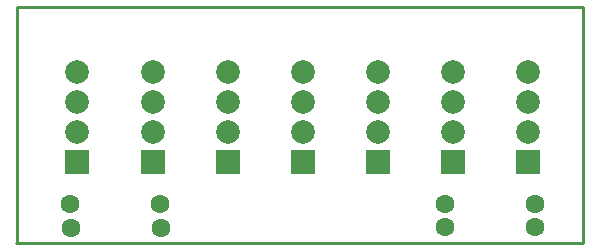
<source format=gbs>
G04*
G04 #@! TF.GenerationSoftware,Altium Limited,Altium Designer,19.0.15 (446)*
G04*
G04 Layer_Color=16711935*
%FSLAX25Y25*%
%MOIN*%
G70*
G01*
G75*
%ADD11C,0.01000*%
%ADD12C,0.07887*%
%ADD13R,0.07887X0.07887*%
%ADD14C,0.06312*%
D11*
X362106Y391929D02*
Y470079D01*
X361811Y391634D02*
X362106Y391929D01*
X361811Y391634D02*
X550886D01*
X550886Y391634D01*
Y470079D01*
X362106D02*
X550886D01*
D12*
X507500Y448500D02*
D03*
Y438500D02*
D03*
Y428500D02*
D03*
X482500Y448500D02*
D03*
Y438500D02*
D03*
Y428500D02*
D03*
X457500Y448500D02*
D03*
Y438500D02*
D03*
Y428500D02*
D03*
X432500Y448500D02*
D03*
Y438500D02*
D03*
Y428500D02*
D03*
X407500Y448500D02*
D03*
Y438500D02*
D03*
Y428500D02*
D03*
X532677Y448500D02*
D03*
Y438500D02*
D03*
Y428500D02*
D03*
X382382Y448500D02*
D03*
Y438500D02*
D03*
Y428500D02*
D03*
D13*
X507500Y418500D02*
D03*
X482500D02*
D03*
X457500D02*
D03*
X432500D02*
D03*
X407500D02*
D03*
X532677D02*
D03*
X382382D02*
D03*
D14*
X504882Y404528D02*
D03*
X534882D02*
D03*
X410039Y404528D02*
D03*
X380039D02*
D03*
X505039Y396654D02*
D03*
X535039D02*
D03*
X410079Y396555D02*
D03*
X380079D02*
D03*
M02*

</source>
